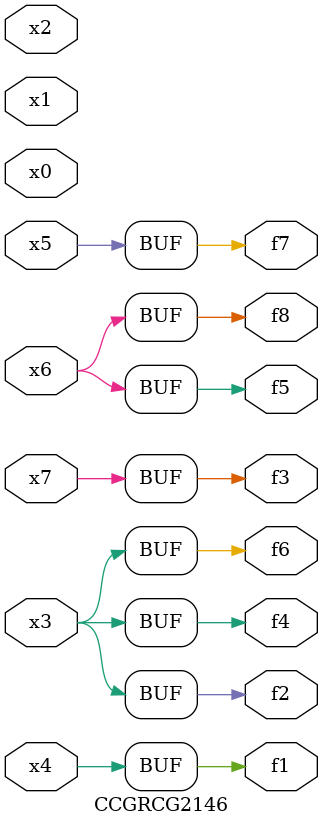
<source format=v>
module CCGRCG2146(
	input x0, x1, x2, x3, x4, x5, x6, x7,
	output f1, f2, f3, f4, f5, f6, f7, f8
);
	assign f1 = x4;
	assign f2 = x3;
	assign f3 = x7;
	assign f4 = x3;
	assign f5 = x6;
	assign f6 = x3;
	assign f7 = x5;
	assign f8 = x6;
endmodule

</source>
